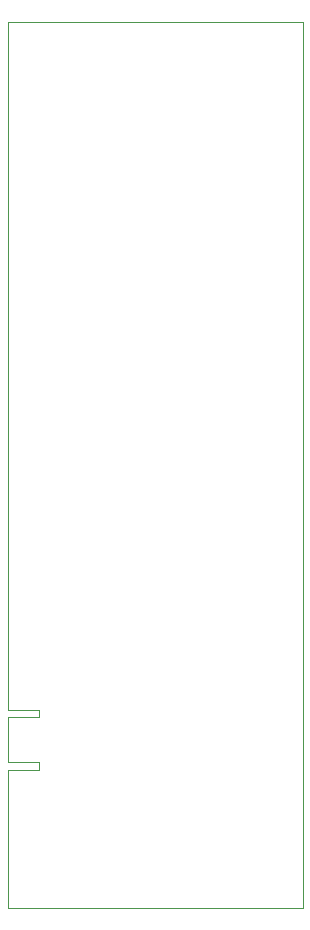
<source format=gbr>
%TF.GenerationSoftware,KiCad,Pcbnew,8.0.9-8.0.9-0~ubuntu22.04.1*%
%TF.CreationDate,2025-02-27T10:55:40+01:00*%
%TF.ProjectId,HB_TH_Sensor_SHT45_AllInOne_FUEL4EP,48425f54-485f-4536-956e-736f725f5348,1.5*%
%TF.SameCoordinates,Original*%
%TF.FileFunction,Profile,NP*%
%FSLAX46Y46*%
G04 Gerber Fmt 4.6, Leading zero omitted, Abs format (unit mm)*
G04 Created by KiCad (PCBNEW 8.0.9-8.0.9-0~ubuntu22.04.1) date 2025-02-27 10:55:40*
%MOMM*%
%LPD*%
G01*
G04 APERTURE LIST*
%TA.AperFunction,Profile*%
%ADD10C,0.038099*%
%TD*%
G04 APERTURE END LIST*
D10*
X2667000Y16129000D02*
X2667000Y16764000D01*
X25000000Y75000000D02*
X25000000Y0D01*
X2667000Y16764000D02*
X0Y16764000D01*
X0Y75000000D02*
X25000000Y75000000D01*
X2667000Y11684000D02*
X0Y11684000D01*
X0Y0D02*
X0Y11684000D01*
X0Y16129000D02*
X2667000Y16129000D01*
X25000000Y0D02*
X0Y0D01*
X0Y16764000D02*
X0Y75000000D01*
X2667000Y12319000D02*
X2667000Y11684000D01*
X0Y12319000D02*
X0Y16129000D01*
X0Y12319000D02*
X2667000Y12319000D01*
M02*

</source>
